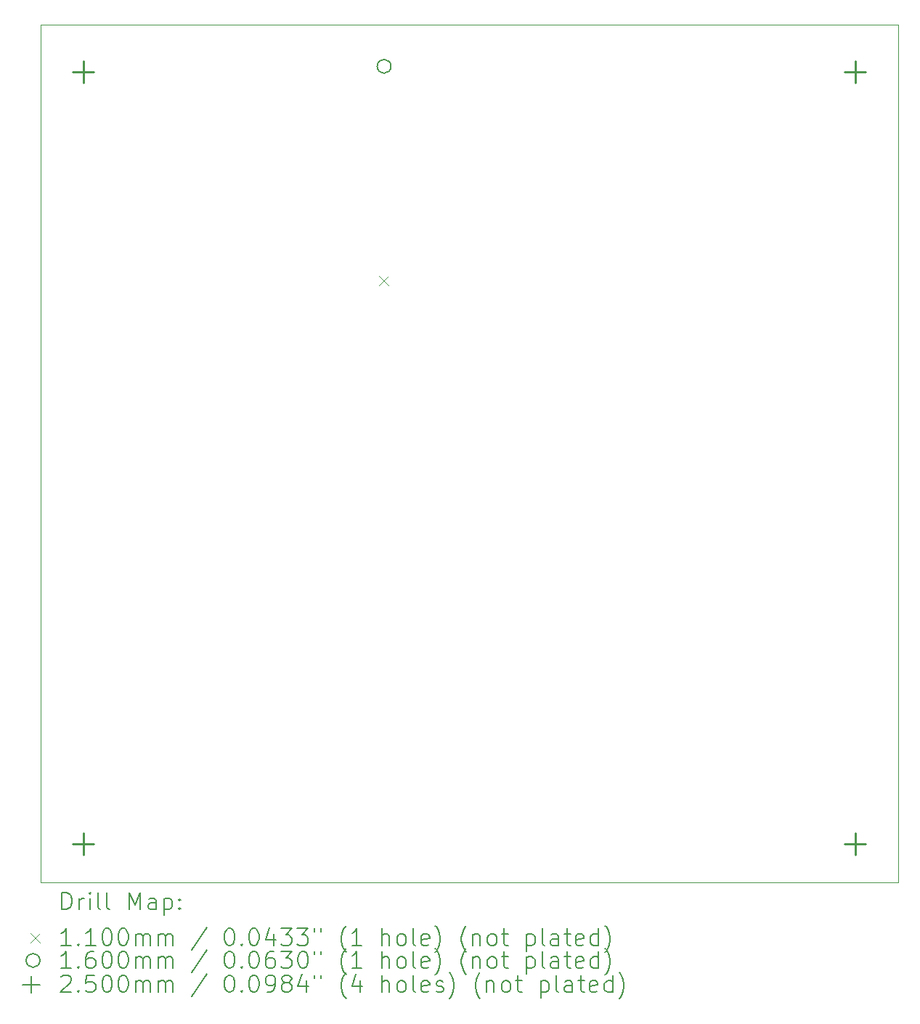
<source format=gbr>
%FSLAX45Y45*%
G04 Gerber Fmt 4.5, Leading zero omitted, Abs format (unit mm)*
G04 Created by KiCad (PCBNEW 6.0.4-6f826c9f35~116~ubuntu18.04.1) date 2022-03-28 12:00:20*
%MOMM*%
%LPD*%
G01*
G04 APERTURE LIST*
%TA.AperFunction,Profile*%
%ADD10C,0.100000*%
%TD*%
%ADD11C,0.200000*%
%ADD12C,0.110000*%
%ADD13C,0.160000*%
%ADD14C,0.250000*%
G04 APERTURE END LIST*
D10*
X2997474Y-2312623D02*
X12997474Y-2312623D01*
X12997474Y-2312623D02*
X12997474Y-12312623D01*
X12997474Y-12312623D02*
X2997474Y-12312623D01*
X2997474Y-12312623D02*
X2997474Y-2312623D01*
D11*
D12*
X6949974Y-5242623D02*
X7059974Y-5352623D01*
X7059974Y-5242623D02*
X6949974Y-5352623D01*
D13*
X7084974Y-2797623D02*
G75*
G03*
X7084974Y-2797623I-80000J0D01*
G01*
D14*
X3497474Y-2737623D02*
X3497474Y-2987623D01*
X3372474Y-2862623D02*
X3622474Y-2862623D01*
X3497474Y-11737623D02*
X3497474Y-11987623D01*
X3372474Y-11862623D02*
X3622474Y-11862623D01*
X12497474Y-2737623D02*
X12497474Y-2987623D01*
X12372474Y-2862623D02*
X12622474Y-2862623D01*
X12497474Y-11737623D02*
X12497474Y-11987623D01*
X12372474Y-11862623D02*
X12622474Y-11862623D01*
D11*
X3250093Y-12628099D02*
X3250093Y-12428099D01*
X3297712Y-12428099D01*
X3326284Y-12437623D01*
X3345331Y-12456671D01*
X3354855Y-12475718D01*
X3364379Y-12513814D01*
X3364379Y-12542385D01*
X3354855Y-12580480D01*
X3345331Y-12599528D01*
X3326284Y-12618576D01*
X3297712Y-12628099D01*
X3250093Y-12628099D01*
X3450093Y-12628099D02*
X3450093Y-12494766D01*
X3450093Y-12532861D02*
X3459617Y-12513814D01*
X3469141Y-12504290D01*
X3488189Y-12494766D01*
X3507236Y-12494766D01*
X3573903Y-12628099D02*
X3573903Y-12494766D01*
X3573903Y-12428099D02*
X3564379Y-12437623D01*
X3573903Y-12447147D01*
X3583427Y-12437623D01*
X3573903Y-12428099D01*
X3573903Y-12447147D01*
X3697712Y-12628099D02*
X3678665Y-12618576D01*
X3669141Y-12599528D01*
X3669141Y-12428099D01*
X3802474Y-12628099D02*
X3783427Y-12618576D01*
X3773903Y-12599528D01*
X3773903Y-12428099D01*
X4031046Y-12628099D02*
X4031046Y-12428099D01*
X4097712Y-12570957D01*
X4164379Y-12428099D01*
X4164379Y-12628099D01*
X4345332Y-12628099D02*
X4345332Y-12523337D01*
X4335808Y-12504290D01*
X4316760Y-12494766D01*
X4278665Y-12494766D01*
X4259617Y-12504290D01*
X4345332Y-12618576D02*
X4326284Y-12628099D01*
X4278665Y-12628099D01*
X4259617Y-12618576D01*
X4250093Y-12599528D01*
X4250093Y-12580480D01*
X4259617Y-12561433D01*
X4278665Y-12551909D01*
X4326284Y-12551909D01*
X4345332Y-12542385D01*
X4440570Y-12494766D02*
X4440570Y-12694766D01*
X4440570Y-12504290D02*
X4459617Y-12494766D01*
X4497712Y-12494766D01*
X4516760Y-12504290D01*
X4526284Y-12513814D01*
X4535808Y-12532861D01*
X4535808Y-12590004D01*
X4526284Y-12609052D01*
X4516760Y-12618576D01*
X4497712Y-12628099D01*
X4459617Y-12628099D01*
X4440570Y-12618576D01*
X4621522Y-12609052D02*
X4631046Y-12618576D01*
X4621522Y-12628099D01*
X4611998Y-12618576D01*
X4621522Y-12609052D01*
X4621522Y-12628099D01*
X4621522Y-12504290D02*
X4631046Y-12513814D01*
X4621522Y-12523337D01*
X4611998Y-12513814D01*
X4621522Y-12504290D01*
X4621522Y-12523337D01*
D12*
X2882474Y-12902623D02*
X2992474Y-13012623D01*
X2992474Y-12902623D02*
X2882474Y-13012623D01*
D11*
X3354855Y-13048099D02*
X3240570Y-13048099D01*
X3297712Y-13048099D02*
X3297712Y-12848099D01*
X3278665Y-12876671D01*
X3259617Y-12895718D01*
X3240570Y-12905242D01*
X3440570Y-13029052D02*
X3450093Y-13038576D01*
X3440570Y-13048099D01*
X3431046Y-13038576D01*
X3440570Y-13029052D01*
X3440570Y-13048099D01*
X3640570Y-13048099D02*
X3526284Y-13048099D01*
X3583427Y-13048099D02*
X3583427Y-12848099D01*
X3564379Y-12876671D01*
X3545331Y-12895718D01*
X3526284Y-12905242D01*
X3764379Y-12848099D02*
X3783427Y-12848099D01*
X3802474Y-12857623D01*
X3811998Y-12867147D01*
X3821522Y-12886195D01*
X3831046Y-12924290D01*
X3831046Y-12971909D01*
X3821522Y-13010004D01*
X3811998Y-13029052D01*
X3802474Y-13038576D01*
X3783427Y-13048099D01*
X3764379Y-13048099D01*
X3745331Y-13038576D01*
X3735808Y-13029052D01*
X3726284Y-13010004D01*
X3716760Y-12971909D01*
X3716760Y-12924290D01*
X3726284Y-12886195D01*
X3735808Y-12867147D01*
X3745331Y-12857623D01*
X3764379Y-12848099D01*
X3954855Y-12848099D02*
X3973903Y-12848099D01*
X3992950Y-12857623D01*
X4002474Y-12867147D01*
X4011998Y-12886195D01*
X4021522Y-12924290D01*
X4021522Y-12971909D01*
X4011998Y-13010004D01*
X4002474Y-13029052D01*
X3992950Y-13038576D01*
X3973903Y-13048099D01*
X3954855Y-13048099D01*
X3935808Y-13038576D01*
X3926284Y-13029052D01*
X3916760Y-13010004D01*
X3907236Y-12971909D01*
X3907236Y-12924290D01*
X3916760Y-12886195D01*
X3926284Y-12867147D01*
X3935808Y-12857623D01*
X3954855Y-12848099D01*
X4107236Y-13048099D02*
X4107236Y-12914766D01*
X4107236Y-12933814D02*
X4116760Y-12924290D01*
X4135808Y-12914766D01*
X4164379Y-12914766D01*
X4183427Y-12924290D01*
X4192950Y-12943337D01*
X4192950Y-13048099D01*
X4192950Y-12943337D02*
X4202474Y-12924290D01*
X4221522Y-12914766D01*
X4250093Y-12914766D01*
X4269141Y-12924290D01*
X4278665Y-12943337D01*
X4278665Y-13048099D01*
X4373903Y-13048099D02*
X4373903Y-12914766D01*
X4373903Y-12933814D02*
X4383427Y-12924290D01*
X4402474Y-12914766D01*
X4431046Y-12914766D01*
X4450093Y-12924290D01*
X4459617Y-12943337D01*
X4459617Y-13048099D01*
X4459617Y-12943337D02*
X4469141Y-12924290D01*
X4488189Y-12914766D01*
X4516760Y-12914766D01*
X4535808Y-12924290D01*
X4545332Y-12943337D01*
X4545332Y-13048099D01*
X4935808Y-12838576D02*
X4764379Y-13095718D01*
X5192951Y-12848099D02*
X5211998Y-12848099D01*
X5231046Y-12857623D01*
X5240570Y-12867147D01*
X5250093Y-12886195D01*
X5259617Y-12924290D01*
X5259617Y-12971909D01*
X5250093Y-13010004D01*
X5240570Y-13029052D01*
X5231046Y-13038576D01*
X5211998Y-13048099D01*
X5192951Y-13048099D01*
X5173903Y-13038576D01*
X5164379Y-13029052D01*
X5154855Y-13010004D01*
X5145332Y-12971909D01*
X5145332Y-12924290D01*
X5154855Y-12886195D01*
X5164379Y-12867147D01*
X5173903Y-12857623D01*
X5192951Y-12848099D01*
X5345332Y-13029052D02*
X5354855Y-13038576D01*
X5345332Y-13048099D01*
X5335808Y-13038576D01*
X5345332Y-13029052D01*
X5345332Y-13048099D01*
X5478665Y-12848099D02*
X5497712Y-12848099D01*
X5516760Y-12857623D01*
X5526284Y-12867147D01*
X5535808Y-12886195D01*
X5545332Y-12924290D01*
X5545332Y-12971909D01*
X5535808Y-13010004D01*
X5526284Y-13029052D01*
X5516760Y-13038576D01*
X5497712Y-13048099D01*
X5478665Y-13048099D01*
X5459617Y-13038576D01*
X5450093Y-13029052D01*
X5440570Y-13010004D01*
X5431046Y-12971909D01*
X5431046Y-12924290D01*
X5440570Y-12886195D01*
X5450093Y-12867147D01*
X5459617Y-12857623D01*
X5478665Y-12848099D01*
X5716760Y-12914766D02*
X5716760Y-13048099D01*
X5669141Y-12838576D02*
X5621522Y-12981433D01*
X5745331Y-12981433D01*
X5802474Y-12848099D02*
X5926284Y-12848099D01*
X5859617Y-12924290D01*
X5888189Y-12924290D01*
X5907236Y-12933814D01*
X5916760Y-12943337D01*
X5926284Y-12962385D01*
X5926284Y-13010004D01*
X5916760Y-13029052D01*
X5907236Y-13038576D01*
X5888189Y-13048099D01*
X5831046Y-13048099D01*
X5811998Y-13038576D01*
X5802474Y-13029052D01*
X5992950Y-12848099D02*
X6116760Y-12848099D01*
X6050093Y-12924290D01*
X6078665Y-12924290D01*
X6097712Y-12933814D01*
X6107236Y-12943337D01*
X6116760Y-12962385D01*
X6116760Y-13010004D01*
X6107236Y-13029052D01*
X6097712Y-13038576D01*
X6078665Y-13048099D01*
X6021522Y-13048099D01*
X6002474Y-13038576D01*
X5992950Y-13029052D01*
X6192950Y-12848099D02*
X6192950Y-12886195D01*
X6269141Y-12848099D02*
X6269141Y-12886195D01*
X6564379Y-13124290D02*
X6554855Y-13114766D01*
X6535808Y-13086195D01*
X6526284Y-13067147D01*
X6516760Y-13038576D01*
X6507236Y-12990957D01*
X6507236Y-12952861D01*
X6516760Y-12905242D01*
X6526284Y-12876671D01*
X6535808Y-12857623D01*
X6554855Y-12829052D01*
X6564379Y-12819528D01*
X6745331Y-13048099D02*
X6631046Y-13048099D01*
X6688189Y-13048099D02*
X6688189Y-12848099D01*
X6669141Y-12876671D01*
X6650093Y-12895718D01*
X6631046Y-12905242D01*
X6983427Y-13048099D02*
X6983427Y-12848099D01*
X7069141Y-13048099D02*
X7069141Y-12943337D01*
X7059617Y-12924290D01*
X7040570Y-12914766D01*
X7011998Y-12914766D01*
X6992950Y-12924290D01*
X6983427Y-12933814D01*
X7192950Y-13048099D02*
X7173903Y-13038576D01*
X7164379Y-13029052D01*
X7154855Y-13010004D01*
X7154855Y-12952861D01*
X7164379Y-12933814D01*
X7173903Y-12924290D01*
X7192950Y-12914766D01*
X7221522Y-12914766D01*
X7240570Y-12924290D01*
X7250093Y-12933814D01*
X7259617Y-12952861D01*
X7259617Y-13010004D01*
X7250093Y-13029052D01*
X7240570Y-13038576D01*
X7221522Y-13048099D01*
X7192950Y-13048099D01*
X7373903Y-13048099D02*
X7354855Y-13038576D01*
X7345331Y-13019528D01*
X7345331Y-12848099D01*
X7526284Y-13038576D02*
X7507236Y-13048099D01*
X7469141Y-13048099D01*
X7450093Y-13038576D01*
X7440570Y-13019528D01*
X7440570Y-12943337D01*
X7450093Y-12924290D01*
X7469141Y-12914766D01*
X7507236Y-12914766D01*
X7526284Y-12924290D01*
X7535808Y-12943337D01*
X7535808Y-12962385D01*
X7440570Y-12981433D01*
X7602474Y-13124290D02*
X7611998Y-13114766D01*
X7631046Y-13086195D01*
X7640570Y-13067147D01*
X7650093Y-13038576D01*
X7659617Y-12990957D01*
X7659617Y-12952861D01*
X7650093Y-12905242D01*
X7640570Y-12876671D01*
X7631046Y-12857623D01*
X7611998Y-12829052D01*
X7602474Y-12819528D01*
X7964379Y-13124290D02*
X7954855Y-13114766D01*
X7935808Y-13086195D01*
X7926284Y-13067147D01*
X7916760Y-13038576D01*
X7907236Y-12990957D01*
X7907236Y-12952861D01*
X7916760Y-12905242D01*
X7926284Y-12876671D01*
X7935808Y-12857623D01*
X7954855Y-12829052D01*
X7964379Y-12819528D01*
X8040570Y-12914766D02*
X8040570Y-13048099D01*
X8040570Y-12933814D02*
X8050093Y-12924290D01*
X8069141Y-12914766D01*
X8097712Y-12914766D01*
X8116760Y-12924290D01*
X8126284Y-12943337D01*
X8126284Y-13048099D01*
X8250093Y-13048099D02*
X8231046Y-13038576D01*
X8221522Y-13029052D01*
X8211998Y-13010004D01*
X8211998Y-12952861D01*
X8221522Y-12933814D01*
X8231046Y-12924290D01*
X8250093Y-12914766D01*
X8278665Y-12914766D01*
X8297712Y-12924290D01*
X8307236Y-12933814D01*
X8316760Y-12952861D01*
X8316760Y-13010004D01*
X8307236Y-13029052D01*
X8297712Y-13038576D01*
X8278665Y-13048099D01*
X8250093Y-13048099D01*
X8373903Y-12914766D02*
X8450093Y-12914766D01*
X8402474Y-12848099D02*
X8402474Y-13019528D01*
X8411998Y-13038576D01*
X8431046Y-13048099D01*
X8450093Y-13048099D01*
X8669141Y-12914766D02*
X8669141Y-13114766D01*
X8669141Y-12924290D02*
X8688189Y-12914766D01*
X8726284Y-12914766D01*
X8745332Y-12924290D01*
X8754855Y-12933814D01*
X8764379Y-12952861D01*
X8764379Y-13010004D01*
X8754855Y-13029052D01*
X8745332Y-13038576D01*
X8726284Y-13048099D01*
X8688189Y-13048099D01*
X8669141Y-13038576D01*
X8878665Y-13048099D02*
X8859617Y-13038576D01*
X8850093Y-13019528D01*
X8850093Y-12848099D01*
X9040570Y-13048099D02*
X9040570Y-12943337D01*
X9031046Y-12924290D01*
X9011998Y-12914766D01*
X8973903Y-12914766D01*
X8954855Y-12924290D01*
X9040570Y-13038576D02*
X9021522Y-13048099D01*
X8973903Y-13048099D01*
X8954855Y-13038576D01*
X8945332Y-13019528D01*
X8945332Y-13000480D01*
X8954855Y-12981433D01*
X8973903Y-12971909D01*
X9021522Y-12971909D01*
X9040570Y-12962385D01*
X9107236Y-12914766D02*
X9183427Y-12914766D01*
X9135808Y-12848099D02*
X9135808Y-13019528D01*
X9145332Y-13038576D01*
X9164379Y-13048099D01*
X9183427Y-13048099D01*
X9326284Y-13038576D02*
X9307236Y-13048099D01*
X9269141Y-13048099D01*
X9250093Y-13038576D01*
X9240570Y-13019528D01*
X9240570Y-12943337D01*
X9250093Y-12924290D01*
X9269141Y-12914766D01*
X9307236Y-12914766D01*
X9326284Y-12924290D01*
X9335808Y-12943337D01*
X9335808Y-12962385D01*
X9240570Y-12981433D01*
X9507236Y-13048099D02*
X9507236Y-12848099D01*
X9507236Y-13038576D02*
X9488189Y-13048099D01*
X9450093Y-13048099D01*
X9431046Y-13038576D01*
X9421522Y-13029052D01*
X9411998Y-13010004D01*
X9411998Y-12952861D01*
X9421522Y-12933814D01*
X9431046Y-12924290D01*
X9450093Y-12914766D01*
X9488189Y-12914766D01*
X9507236Y-12924290D01*
X9583427Y-13124290D02*
X9592951Y-13114766D01*
X9611998Y-13086195D01*
X9621522Y-13067147D01*
X9631046Y-13038576D01*
X9640570Y-12990957D01*
X9640570Y-12952861D01*
X9631046Y-12905242D01*
X9621522Y-12876671D01*
X9611998Y-12857623D01*
X9592951Y-12829052D01*
X9583427Y-12819528D01*
D13*
X2992474Y-13221623D02*
G75*
G03*
X2992474Y-13221623I-80000J0D01*
G01*
D11*
X3354855Y-13312099D02*
X3240570Y-13312099D01*
X3297712Y-13312099D02*
X3297712Y-13112099D01*
X3278665Y-13140671D01*
X3259617Y-13159718D01*
X3240570Y-13169242D01*
X3440570Y-13293052D02*
X3450093Y-13302576D01*
X3440570Y-13312099D01*
X3431046Y-13302576D01*
X3440570Y-13293052D01*
X3440570Y-13312099D01*
X3621522Y-13112099D02*
X3583427Y-13112099D01*
X3564379Y-13121623D01*
X3554855Y-13131147D01*
X3535808Y-13159718D01*
X3526284Y-13197814D01*
X3526284Y-13274004D01*
X3535808Y-13293052D01*
X3545331Y-13302576D01*
X3564379Y-13312099D01*
X3602474Y-13312099D01*
X3621522Y-13302576D01*
X3631046Y-13293052D01*
X3640570Y-13274004D01*
X3640570Y-13226385D01*
X3631046Y-13207337D01*
X3621522Y-13197814D01*
X3602474Y-13188290D01*
X3564379Y-13188290D01*
X3545331Y-13197814D01*
X3535808Y-13207337D01*
X3526284Y-13226385D01*
X3764379Y-13112099D02*
X3783427Y-13112099D01*
X3802474Y-13121623D01*
X3811998Y-13131147D01*
X3821522Y-13150195D01*
X3831046Y-13188290D01*
X3831046Y-13235909D01*
X3821522Y-13274004D01*
X3811998Y-13293052D01*
X3802474Y-13302576D01*
X3783427Y-13312099D01*
X3764379Y-13312099D01*
X3745331Y-13302576D01*
X3735808Y-13293052D01*
X3726284Y-13274004D01*
X3716760Y-13235909D01*
X3716760Y-13188290D01*
X3726284Y-13150195D01*
X3735808Y-13131147D01*
X3745331Y-13121623D01*
X3764379Y-13112099D01*
X3954855Y-13112099D02*
X3973903Y-13112099D01*
X3992950Y-13121623D01*
X4002474Y-13131147D01*
X4011998Y-13150195D01*
X4021522Y-13188290D01*
X4021522Y-13235909D01*
X4011998Y-13274004D01*
X4002474Y-13293052D01*
X3992950Y-13302576D01*
X3973903Y-13312099D01*
X3954855Y-13312099D01*
X3935808Y-13302576D01*
X3926284Y-13293052D01*
X3916760Y-13274004D01*
X3907236Y-13235909D01*
X3907236Y-13188290D01*
X3916760Y-13150195D01*
X3926284Y-13131147D01*
X3935808Y-13121623D01*
X3954855Y-13112099D01*
X4107236Y-13312099D02*
X4107236Y-13178766D01*
X4107236Y-13197814D02*
X4116760Y-13188290D01*
X4135808Y-13178766D01*
X4164379Y-13178766D01*
X4183427Y-13188290D01*
X4192950Y-13207337D01*
X4192950Y-13312099D01*
X4192950Y-13207337D02*
X4202474Y-13188290D01*
X4221522Y-13178766D01*
X4250093Y-13178766D01*
X4269141Y-13188290D01*
X4278665Y-13207337D01*
X4278665Y-13312099D01*
X4373903Y-13312099D02*
X4373903Y-13178766D01*
X4373903Y-13197814D02*
X4383427Y-13188290D01*
X4402474Y-13178766D01*
X4431046Y-13178766D01*
X4450093Y-13188290D01*
X4459617Y-13207337D01*
X4459617Y-13312099D01*
X4459617Y-13207337D02*
X4469141Y-13188290D01*
X4488189Y-13178766D01*
X4516760Y-13178766D01*
X4535808Y-13188290D01*
X4545332Y-13207337D01*
X4545332Y-13312099D01*
X4935808Y-13102576D02*
X4764379Y-13359718D01*
X5192951Y-13112099D02*
X5211998Y-13112099D01*
X5231046Y-13121623D01*
X5240570Y-13131147D01*
X5250093Y-13150195D01*
X5259617Y-13188290D01*
X5259617Y-13235909D01*
X5250093Y-13274004D01*
X5240570Y-13293052D01*
X5231046Y-13302576D01*
X5211998Y-13312099D01*
X5192951Y-13312099D01*
X5173903Y-13302576D01*
X5164379Y-13293052D01*
X5154855Y-13274004D01*
X5145332Y-13235909D01*
X5145332Y-13188290D01*
X5154855Y-13150195D01*
X5164379Y-13131147D01*
X5173903Y-13121623D01*
X5192951Y-13112099D01*
X5345332Y-13293052D02*
X5354855Y-13302576D01*
X5345332Y-13312099D01*
X5335808Y-13302576D01*
X5345332Y-13293052D01*
X5345332Y-13312099D01*
X5478665Y-13112099D02*
X5497712Y-13112099D01*
X5516760Y-13121623D01*
X5526284Y-13131147D01*
X5535808Y-13150195D01*
X5545332Y-13188290D01*
X5545332Y-13235909D01*
X5535808Y-13274004D01*
X5526284Y-13293052D01*
X5516760Y-13302576D01*
X5497712Y-13312099D01*
X5478665Y-13312099D01*
X5459617Y-13302576D01*
X5450093Y-13293052D01*
X5440570Y-13274004D01*
X5431046Y-13235909D01*
X5431046Y-13188290D01*
X5440570Y-13150195D01*
X5450093Y-13131147D01*
X5459617Y-13121623D01*
X5478665Y-13112099D01*
X5716760Y-13112099D02*
X5678665Y-13112099D01*
X5659617Y-13121623D01*
X5650093Y-13131147D01*
X5631046Y-13159718D01*
X5621522Y-13197814D01*
X5621522Y-13274004D01*
X5631046Y-13293052D01*
X5640570Y-13302576D01*
X5659617Y-13312099D01*
X5697712Y-13312099D01*
X5716760Y-13302576D01*
X5726284Y-13293052D01*
X5735808Y-13274004D01*
X5735808Y-13226385D01*
X5726284Y-13207337D01*
X5716760Y-13197814D01*
X5697712Y-13188290D01*
X5659617Y-13188290D01*
X5640570Y-13197814D01*
X5631046Y-13207337D01*
X5621522Y-13226385D01*
X5802474Y-13112099D02*
X5926284Y-13112099D01*
X5859617Y-13188290D01*
X5888189Y-13188290D01*
X5907236Y-13197814D01*
X5916760Y-13207337D01*
X5926284Y-13226385D01*
X5926284Y-13274004D01*
X5916760Y-13293052D01*
X5907236Y-13302576D01*
X5888189Y-13312099D01*
X5831046Y-13312099D01*
X5811998Y-13302576D01*
X5802474Y-13293052D01*
X6050093Y-13112099D02*
X6069141Y-13112099D01*
X6088189Y-13121623D01*
X6097712Y-13131147D01*
X6107236Y-13150195D01*
X6116760Y-13188290D01*
X6116760Y-13235909D01*
X6107236Y-13274004D01*
X6097712Y-13293052D01*
X6088189Y-13302576D01*
X6069141Y-13312099D01*
X6050093Y-13312099D01*
X6031046Y-13302576D01*
X6021522Y-13293052D01*
X6011998Y-13274004D01*
X6002474Y-13235909D01*
X6002474Y-13188290D01*
X6011998Y-13150195D01*
X6021522Y-13131147D01*
X6031046Y-13121623D01*
X6050093Y-13112099D01*
X6192950Y-13112099D02*
X6192950Y-13150195D01*
X6269141Y-13112099D02*
X6269141Y-13150195D01*
X6564379Y-13388290D02*
X6554855Y-13378766D01*
X6535808Y-13350195D01*
X6526284Y-13331147D01*
X6516760Y-13302576D01*
X6507236Y-13254957D01*
X6507236Y-13216861D01*
X6516760Y-13169242D01*
X6526284Y-13140671D01*
X6535808Y-13121623D01*
X6554855Y-13093052D01*
X6564379Y-13083528D01*
X6745331Y-13312099D02*
X6631046Y-13312099D01*
X6688189Y-13312099D02*
X6688189Y-13112099D01*
X6669141Y-13140671D01*
X6650093Y-13159718D01*
X6631046Y-13169242D01*
X6983427Y-13312099D02*
X6983427Y-13112099D01*
X7069141Y-13312099D02*
X7069141Y-13207337D01*
X7059617Y-13188290D01*
X7040570Y-13178766D01*
X7011998Y-13178766D01*
X6992950Y-13188290D01*
X6983427Y-13197814D01*
X7192950Y-13312099D02*
X7173903Y-13302576D01*
X7164379Y-13293052D01*
X7154855Y-13274004D01*
X7154855Y-13216861D01*
X7164379Y-13197814D01*
X7173903Y-13188290D01*
X7192950Y-13178766D01*
X7221522Y-13178766D01*
X7240570Y-13188290D01*
X7250093Y-13197814D01*
X7259617Y-13216861D01*
X7259617Y-13274004D01*
X7250093Y-13293052D01*
X7240570Y-13302576D01*
X7221522Y-13312099D01*
X7192950Y-13312099D01*
X7373903Y-13312099D02*
X7354855Y-13302576D01*
X7345331Y-13283528D01*
X7345331Y-13112099D01*
X7526284Y-13302576D02*
X7507236Y-13312099D01*
X7469141Y-13312099D01*
X7450093Y-13302576D01*
X7440570Y-13283528D01*
X7440570Y-13207337D01*
X7450093Y-13188290D01*
X7469141Y-13178766D01*
X7507236Y-13178766D01*
X7526284Y-13188290D01*
X7535808Y-13207337D01*
X7535808Y-13226385D01*
X7440570Y-13245433D01*
X7602474Y-13388290D02*
X7611998Y-13378766D01*
X7631046Y-13350195D01*
X7640570Y-13331147D01*
X7650093Y-13302576D01*
X7659617Y-13254957D01*
X7659617Y-13216861D01*
X7650093Y-13169242D01*
X7640570Y-13140671D01*
X7631046Y-13121623D01*
X7611998Y-13093052D01*
X7602474Y-13083528D01*
X7964379Y-13388290D02*
X7954855Y-13378766D01*
X7935808Y-13350195D01*
X7926284Y-13331147D01*
X7916760Y-13302576D01*
X7907236Y-13254957D01*
X7907236Y-13216861D01*
X7916760Y-13169242D01*
X7926284Y-13140671D01*
X7935808Y-13121623D01*
X7954855Y-13093052D01*
X7964379Y-13083528D01*
X8040570Y-13178766D02*
X8040570Y-13312099D01*
X8040570Y-13197814D02*
X8050093Y-13188290D01*
X8069141Y-13178766D01*
X8097712Y-13178766D01*
X8116760Y-13188290D01*
X8126284Y-13207337D01*
X8126284Y-13312099D01*
X8250093Y-13312099D02*
X8231046Y-13302576D01*
X8221522Y-13293052D01*
X8211998Y-13274004D01*
X8211998Y-13216861D01*
X8221522Y-13197814D01*
X8231046Y-13188290D01*
X8250093Y-13178766D01*
X8278665Y-13178766D01*
X8297712Y-13188290D01*
X8307236Y-13197814D01*
X8316760Y-13216861D01*
X8316760Y-13274004D01*
X8307236Y-13293052D01*
X8297712Y-13302576D01*
X8278665Y-13312099D01*
X8250093Y-13312099D01*
X8373903Y-13178766D02*
X8450093Y-13178766D01*
X8402474Y-13112099D02*
X8402474Y-13283528D01*
X8411998Y-13302576D01*
X8431046Y-13312099D01*
X8450093Y-13312099D01*
X8669141Y-13178766D02*
X8669141Y-13378766D01*
X8669141Y-13188290D02*
X8688189Y-13178766D01*
X8726284Y-13178766D01*
X8745332Y-13188290D01*
X8754855Y-13197814D01*
X8764379Y-13216861D01*
X8764379Y-13274004D01*
X8754855Y-13293052D01*
X8745332Y-13302576D01*
X8726284Y-13312099D01*
X8688189Y-13312099D01*
X8669141Y-13302576D01*
X8878665Y-13312099D02*
X8859617Y-13302576D01*
X8850093Y-13283528D01*
X8850093Y-13112099D01*
X9040570Y-13312099D02*
X9040570Y-13207337D01*
X9031046Y-13188290D01*
X9011998Y-13178766D01*
X8973903Y-13178766D01*
X8954855Y-13188290D01*
X9040570Y-13302576D02*
X9021522Y-13312099D01*
X8973903Y-13312099D01*
X8954855Y-13302576D01*
X8945332Y-13283528D01*
X8945332Y-13264480D01*
X8954855Y-13245433D01*
X8973903Y-13235909D01*
X9021522Y-13235909D01*
X9040570Y-13226385D01*
X9107236Y-13178766D02*
X9183427Y-13178766D01*
X9135808Y-13112099D02*
X9135808Y-13283528D01*
X9145332Y-13302576D01*
X9164379Y-13312099D01*
X9183427Y-13312099D01*
X9326284Y-13302576D02*
X9307236Y-13312099D01*
X9269141Y-13312099D01*
X9250093Y-13302576D01*
X9240570Y-13283528D01*
X9240570Y-13207337D01*
X9250093Y-13188290D01*
X9269141Y-13178766D01*
X9307236Y-13178766D01*
X9326284Y-13188290D01*
X9335808Y-13207337D01*
X9335808Y-13226385D01*
X9240570Y-13245433D01*
X9507236Y-13312099D02*
X9507236Y-13112099D01*
X9507236Y-13302576D02*
X9488189Y-13312099D01*
X9450093Y-13312099D01*
X9431046Y-13302576D01*
X9421522Y-13293052D01*
X9411998Y-13274004D01*
X9411998Y-13216861D01*
X9421522Y-13197814D01*
X9431046Y-13188290D01*
X9450093Y-13178766D01*
X9488189Y-13178766D01*
X9507236Y-13188290D01*
X9583427Y-13388290D02*
X9592951Y-13378766D01*
X9611998Y-13350195D01*
X9621522Y-13331147D01*
X9631046Y-13302576D01*
X9640570Y-13254957D01*
X9640570Y-13216861D01*
X9631046Y-13169242D01*
X9621522Y-13140671D01*
X9611998Y-13121623D01*
X9592951Y-13093052D01*
X9583427Y-13083528D01*
X2892474Y-13401623D02*
X2892474Y-13601623D01*
X2792474Y-13501623D02*
X2992474Y-13501623D01*
X3240570Y-13411147D02*
X3250093Y-13401623D01*
X3269141Y-13392099D01*
X3316760Y-13392099D01*
X3335808Y-13401623D01*
X3345331Y-13411147D01*
X3354855Y-13430195D01*
X3354855Y-13449242D01*
X3345331Y-13477814D01*
X3231046Y-13592099D01*
X3354855Y-13592099D01*
X3440570Y-13573052D02*
X3450093Y-13582576D01*
X3440570Y-13592099D01*
X3431046Y-13582576D01*
X3440570Y-13573052D01*
X3440570Y-13592099D01*
X3631046Y-13392099D02*
X3535808Y-13392099D01*
X3526284Y-13487337D01*
X3535808Y-13477814D01*
X3554855Y-13468290D01*
X3602474Y-13468290D01*
X3621522Y-13477814D01*
X3631046Y-13487337D01*
X3640570Y-13506385D01*
X3640570Y-13554004D01*
X3631046Y-13573052D01*
X3621522Y-13582576D01*
X3602474Y-13592099D01*
X3554855Y-13592099D01*
X3535808Y-13582576D01*
X3526284Y-13573052D01*
X3764379Y-13392099D02*
X3783427Y-13392099D01*
X3802474Y-13401623D01*
X3811998Y-13411147D01*
X3821522Y-13430195D01*
X3831046Y-13468290D01*
X3831046Y-13515909D01*
X3821522Y-13554004D01*
X3811998Y-13573052D01*
X3802474Y-13582576D01*
X3783427Y-13592099D01*
X3764379Y-13592099D01*
X3745331Y-13582576D01*
X3735808Y-13573052D01*
X3726284Y-13554004D01*
X3716760Y-13515909D01*
X3716760Y-13468290D01*
X3726284Y-13430195D01*
X3735808Y-13411147D01*
X3745331Y-13401623D01*
X3764379Y-13392099D01*
X3954855Y-13392099D02*
X3973903Y-13392099D01*
X3992950Y-13401623D01*
X4002474Y-13411147D01*
X4011998Y-13430195D01*
X4021522Y-13468290D01*
X4021522Y-13515909D01*
X4011998Y-13554004D01*
X4002474Y-13573052D01*
X3992950Y-13582576D01*
X3973903Y-13592099D01*
X3954855Y-13592099D01*
X3935808Y-13582576D01*
X3926284Y-13573052D01*
X3916760Y-13554004D01*
X3907236Y-13515909D01*
X3907236Y-13468290D01*
X3916760Y-13430195D01*
X3926284Y-13411147D01*
X3935808Y-13401623D01*
X3954855Y-13392099D01*
X4107236Y-13592099D02*
X4107236Y-13458766D01*
X4107236Y-13477814D02*
X4116760Y-13468290D01*
X4135808Y-13458766D01*
X4164379Y-13458766D01*
X4183427Y-13468290D01*
X4192950Y-13487337D01*
X4192950Y-13592099D01*
X4192950Y-13487337D02*
X4202474Y-13468290D01*
X4221522Y-13458766D01*
X4250093Y-13458766D01*
X4269141Y-13468290D01*
X4278665Y-13487337D01*
X4278665Y-13592099D01*
X4373903Y-13592099D02*
X4373903Y-13458766D01*
X4373903Y-13477814D02*
X4383427Y-13468290D01*
X4402474Y-13458766D01*
X4431046Y-13458766D01*
X4450093Y-13468290D01*
X4459617Y-13487337D01*
X4459617Y-13592099D01*
X4459617Y-13487337D02*
X4469141Y-13468290D01*
X4488189Y-13458766D01*
X4516760Y-13458766D01*
X4535808Y-13468290D01*
X4545332Y-13487337D01*
X4545332Y-13592099D01*
X4935808Y-13382576D02*
X4764379Y-13639718D01*
X5192951Y-13392099D02*
X5211998Y-13392099D01*
X5231046Y-13401623D01*
X5240570Y-13411147D01*
X5250093Y-13430195D01*
X5259617Y-13468290D01*
X5259617Y-13515909D01*
X5250093Y-13554004D01*
X5240570Y-13573052D01*
X5231046Y-13582576D01*
X5211998Y-13592099D01*
X5192951Y-13592099D01*
X5173903Y-13582576D01*
X5164379Y-13573052D01*
X5154855Y-13554004D01*
X5145332Y-13515909D01*
X5145332Y-13468290D01*
X5154855Y-13430195D01*
X5164379Y-13411147D01*
X5173903Y-13401623D01*
X5192951Y-13392099D01*
X5345332Y-13573052D02*
X5354855Y-13582576D01*
X5345332Y-13592099D01*
X5335808Y-13582576D01*
X5345332Y-13573052D01*
X5345332Y-13592099D01*
X5478665Y-13392099D02*
X5497712Y-13392099D01*
X5516760Y-13401623D01*
X5526284Y-13411147D01*
X5535808Y-13430195D01*
X5545332Y-13468290D01*
X5545332Y-13515909D01*
X5535808Y-13554004D01*
X5526284Y-13573052D01*
X5516760Y-13582576D01*
X5497712Y-13592099D01*
X5478665Y-13592099D01*
X5459617Y-13582576D01*
X5450093Y-13573052D01*
X5440570Y-13554004D01*
X5431046Y-13515909D01*
X5431046Y-13468290D01*
X5440570Y-13430195D01*
X5450093Y-13411147D01*
X5459617Y-13401623D01*
X5478665Y-13392099D01*
X5640570Y-13592099D02*
X5678665Y-13592099D01*
X5697712Y-13582576D01*
X5707236Y-13573052D01*
X5726284Y-13544480D01*
X5735808Y-13506385D01*
X5735808Y-13430195D01*
X5726284Y-13411147D01*
X5716760Y-13401623D01*
X5697712Y-13392099D01*
X5659617Y-13392099D01*
X5640570Y-13401623D01*
X5631046Y-13411147D01*
X5621522Y-13430195D01*
X5621522Y-13477814D01*
X5631046Y-13496861D01*
X5640570Y-13506385D01*
X5659617Y-13515909D01*
X5697712Y-13515909D01*
X5716760Y-13506385D01*
X5726284Y-13496861D01*
X5735808Y-13477814D01*
X5850093Y-13477814D02*
X5831046Y-13468290D01*
X5821522Y-13458766D01*
X5811998Y-13439718D01*
X5811998Y-13430195D01*
X5821522Y-13411147D01*
X5831046Y-13401623D01*
X5850093Y-13392099D01*
X5888189Y-13392099D01*
X5907236Y-13401623D01*
X5916760Y-13411147D01*
X5926284Y-13430195D01*
X5926284Y-13439718D01*
X5916760Y-13458766D01*
X5907236Y-13468290D01*
X5888189Y-13477814D01*
X5850093Y-13477814D01*
X5831046Y-13487337D01*
X5821522Y-13496861D01*
X5811998Y-13515909D01*
X5811998Y-13554004D01*
X5821522Y-13573052D01*
X5831046Y-13582576D01*
X5850093Y-13592099D01*
X5888189Y-13592099D01*
X5907236Y-13582576D01*
X5916760Y-13573052D01*
X5926284Y-13554004D01*
X5926284Y-13515909D01*
X5916760Y-13496861D01*
X5907236Y-13487337D01*
X5888189Y-13477814D01*
X6097712Y-13458766D02*
X6097712Y-13592099D01*
X6050093Y-13382576D02*
X6002474Y-13525433D01*
X6126284Y-13525433D01*
X6192950Y-13392099D02*
X6192950Y-13430195D01*
X6269141Y-13392099D02*
X6269141Y-13430195D01*
X6564379Y-13668290D02*
X6554855Y-13658766D01*
X6535808Y-13630195D01*
X6526284Y-13611147D01*
X6516760Y-13582576D01*
X6507236Y-13534957D01*
X6507236Y-13496861D01*
X6516760Y-13449242D01*
X6526284Y-13420671D01*
X6535808Y-13401623D01*
X6554855Y-13373052D01*
X6564379Y-13363528D01*
X6726284Y-13458766D02*
X6726284Y-13592099D01*
X6678665Y-13382576D02*
X6631046Y-13525433D01*
X6754855Y-13525433D01*
X6983427Y-13592099D02*
X6983427Y-13392099D01*
X7069141Y-13592099D02*
X7069141Y-13487337D01*
X7059617Y-13468290D01*
X7040570Y-13458766D01*
X7011998Y-13458766D01*
X6992950Y-13468290D01*
X6983427Y-13477814D01*
X7192950Y-13592099D02*
X7173903Y-13582576D01*
X7164379Y-13573052D01*
X7154855Y-13554004D01*
X7154855Y-13496861D01*
X7164379Y-13477814D01*
X7173903Y-13468290D01*
X7192950Y-13458766D01*
X7221522Y-13458766D01*
X7240570Y-13468290D01*
X7250093Y-13477814D01*
X7259617Y-13496861D01*
X7259617Y-13554004D01*
X7250093Y-13573052D01*
X7240570Y-13582576D01*
X7221522Y-13592099D01*
X7192950Y-13592099D01*
X7373903Y-13592099D02*
X7354855Y-13582576D01*
X7345331Y-13563528D01*
X7345331Y-13392099D01*
X7526284Y-13582576D02*
X7507236Y-13592099D01*
X7469141Y-13592099D01*
X7450093Y-13582576D01*
X7440570Y-13563528D01*
X7440570Y-13487337D01*
X7450093Y-13468290D01*
X7469141Y-13458766D01*
X7507236Y-13458766D01*
X7526284Y-13468290D01*
X7535808Y-13487337D01*
X7535808Y-13506385D01*
X7440570Y-13525433D01*
X7611998Y-13582576D02*
X7631046Y-13592099D01*
X7669141Y-13592099D01*
X7688189Y-13582576D01*
X7697712Y-13563528D01*
X7697712Y-13554004D01*
X7688189Y-13534957D01*
X7669141Y-13525433D01*
X7640570Y-13525433D01*
X7621522Y-13515909D01*
X7611998Y-13496861D01*
X7611998Y-13487337D01*
X7621522Y-13468290D01*
X7640570Y-13458766D01*
X7669141Y-13458766D01*
X7688189Y-13468290D01*
X7764379Y-13668290D02*
X7773903Y-13658766D01*
X7792950Y-13630195D01*
X7802474Y-13611147D01*
X7811998Y-13582576D01*
X7821522Y-13534957D01*
X7821522Y-13496861D01*
X7811998Y-13449242D01*
X7802474Y-13420671D01*
X7792950Y-13401623D01*
X7773903Y-13373052D01*
X7764379Y-13363528D01*
X8126284Y-13668290D02*
X8116760Y-13658766D01*
X8097712Y-13630195D01*
X8088189Y-13611147D01*
X8078665Y-13582576D01*
X8069141Y-13534957D01*
X8069141Y-13496861D01*
X8078665Y-13449242D01*
X8088189Y-13420671D01*
X8097712Y-13401623D01*
X8116760Y-13373052D01*
X8126284Y-13363528D01*
X8202474Y-13458766D02*
X8202474Y-13592099D01*
X8202474Y-13477814D02*
X8211998Y-13468290D01*
X8231046Y-13458766D01*
X8259617Y-13458766D01*
X8278665Y-13468290D01*
X8288189Y-13487337D01*
X8288189Y-13592099D01*
X8411998Y-13592099D02*
X8392951Y-13582576D01*
X8383427Y-13573052D01*
X8373903Y-13554004D01*
X8373903Y-13496861D01*
X8383427Y-13477814D01*
X8392951Y-13468290D01*
X8411998Y-13458766D01*
X8440570Y-13458766D01*
X8459617Y-13468290D01*
X8469141Y-13477814D01*
X8478665Y-13496861D01*
X8478665Y-13554004D01*
X8469141Y-13573052D01*
X8459617Y-13582576D01*
X8440570Y-13592099D01*
X8411998Y-13592099D01*
X8535808Y-13458766D02*
X8611998Y-13458766D01*
X8564379Y-13392099D02*
X8564379Y-13563528D01*
X8573903Y-13582576D01*
X8592951Y-13592099D01*
X8611998Y-13592099D01*
X8831046Y-13458766D02*
X8831046Y-13658766D01*
X8831046Y-13468290D02*
X8850093Y-13458766D01*
X8888189Y-13458766D01*
X8907236Y-13468290D01*
X8916760Y-13477814D01*
X8926284Y-13496861D01*
X8926284Y-13554004D01*
X8916760Y-13573052D01*
X8907236Y-13582576D01*
X8888189Y-13592099D01*
X8850093Y-13592099D01*
X8831046Y-13582576D01*
X9040570Y-13592099D02*
X9021522Y-13582576D01*
X9011998Y-13563528D01*
X9011998Y-13392099D01*
X9202474Y-13592099D02*
X9202474Y-13487337D01*
X9192951Y-13468290D01*
X9173903Y-13458766D01*
X9135808Y-13458766D01*
X9116760Y-13468290D01*
X9202474Y-13582576D02*
X9183427Y-13592099D01*
X9135808Y-13592099D01*
X9116760Y-13582576D01*
X9107236Y-13563528D01*
X9107236Y-13544480D01*
X9116760Y-13525433D01*
X9135808Y-13515909D01*
X9183427Y-13515909D01*
X9202474Y-13506385D01*
X9269141Y-13458766D02*
X9345332Y-13458766D01*
X9297712Y-13392099D02*
X9297712Y-13563528D01*
X9307236Y-13582576D01*
X9326284Y-13592099D01*
X9345332Y-13592099D01*
X9488189Y-13582576D02*
X9469141Y-13592099D01*
X9431046Y-13592099D01*
X9411998Y-13582576D01*
X9402474Y-13563528D01*
X9402474Y-13487337D01*
X9411998Y-13468290D01*
X9431046Y-13458766D01*
X9469141Y-13458766D01*
X9488189Y-13468290D01*
X9497712Y-13487337D01*
X9497712Y-13506385D01*
X9402474Y-13525433D01*
X9669141Y-13592099D02*
X9669141Y-13392099D01*
X9669141Y-13582576D02*
X9650093Y-13592099D01*
X9611998Y-13592099D01*
X9592951Y-13582576D01*
X9583427Y-13573052D01*
X9573903Y-13554004D01*
X9573903Y-13496861D01*
X9583427Y-13477814D01*
X9592951Y-13468290D01*
X9611998Y-13458766D01*
X9650093Y-13458766D01*
X9669141Y-13468290D01*
X9745332Y-13668290D02*
X9754855Y-13658766D01*
X9773903Y-13630195D01*
X9783427Y-13611147D01*
X9792951Y-13582576D01*
X9802474Y-13534957D01*
X9802474Y-13496861D01*
X9792951Y-13449242D01*
X9783427Y-13420671D01*
X9773903Y-13401623D01*
X9754855Y-13373052D01*
X9745332Y-13363528D01*
M02*

</source>
